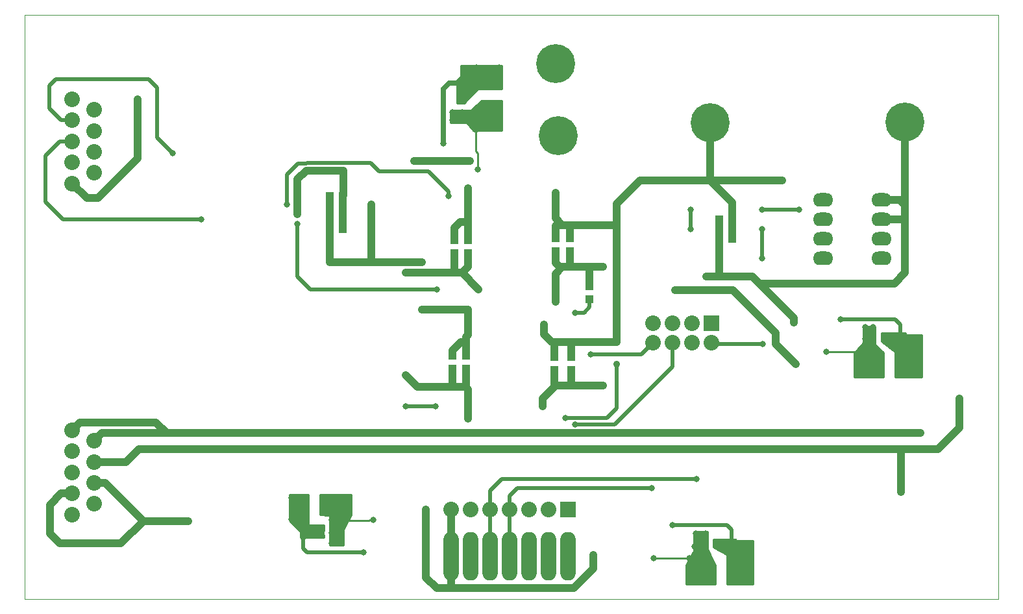
<source format=gbl>
G04 #@! TF.GenerationSoftware,KiCad,Pcbnew,(2018-01-07 revision 6cee19d37)-makepkg*
G04 #@! TF.CreationDate,2018-01-30T19:24:48-07:00*
G04 #@! TF.ProjectId,Copper Receiver Module,436F7070657220526563656976657220,0.1*
G04 #@! TF.SameCoordinates,Original*
G04 #@! TF.FileFunction,Copper,L2,Bot,Signal*
G04 #@! TF.FilePolarity,Positive*
%FSLAX46Y46*%
G04 Gerber Fmt 4.6, Leading zero omitted, Abs format (unit mm)*
G04 Created by KiCad (PCBNEW (2018-01-07 revision 6cee19d37)-makepkg) date 01/30/18 19:24:48*
%MOMM*%
%LPD*%
G01*
G04 APERTURE LIST*
%ADD10C,0.100000*%
%ADD11O,2.032000X6.350000*%
%ADD12O,2.641600X1.778000*%
%ADD13R,2.032000X2.032000*%
%ADD14O,2.032000X2.032000*%
%ADD15C,2.032000*%
%ADD16C,5.080000*%
%ADD17R,1.000000X1.100000*%
%ADD18R,1.100000X1.000000*%
%ADD19C,0.800000*%
%ADD20C,0.906399*%
%ADD21C,0.254000*%
%ADD22C,1.016000*%
%ADD23C,0.508000*%
%ADD24C,0.279000*%
%ADD25C,0.635000*%
G04 APERTURE END LIST*
D10*
X190500000Y-50800000D02*
X63500000Y-50800000D01*
X190500000Y-127000000D02*
X190500000Y-50800000D01*
X63500000Y-127000000D02*
X190500000Y-127000000D01*
X63500000Y-50800000D02*
X63500000Y-127000000D01*
D11*
X134366000Y-121412000D03*
X131826000Y-121412000D03*
X129286000Y-121412000D03*
X126746000Y-121412000D03*
X124206000Y-121412000D03*
X121666000Y-121412000D03*
X119126000Y-121412000D03*
D12*
X175260000Y-82550000D03*
X175260000Y-80010000D03*
X167640000Y-82550000D03*
X167640000Y-80010000D03*
X175260000Y-74930000D03*
X175260000Y-77470000D03*
X167640000Y-77470000D03*
X167640000Y-74930000D03*
D13*
X153035000Y-91059000D03*
D14*
X153035000Y-93599000D03*
X150495000Y-91059000D03*
X150495000Y-93599000D03*
X147955000Y-91059000D03*
X147955000Y-93599000D03*
X145415000Y-91059000D03*
X145415000Y-93599000D03*
D15*
X72542400Y-114604800D03*
X72542400Y-111861600D03*
X72542400Y-109118400D03*
X72542400Y-106375200D03*
X69697600Y-115976400D03*
X69697600Y-113233200D03*
X69697600Y-110490000D03*
X69697600Y-107746800D03*
X69697600Y-105003600D03*
X72542400Y-71424800D03*
X72542400Y-68681600D03*
X72542400Y-65938400D03*
X72542400Y-63195200D03*
X69697600Y-72796400D03*
X69697600Y-70053200D03*
X69697600Y-67310000D03*
X69697600Y-64566800D03*
X69697600Y-61823600D03*
D16*
X178308000Y-64770000D03*
X132715000Y-57150000D03*
X152908000Y-64897000D03*
X133096000Y-66548000D03*
D17*
X121285000Y-80176000D03*
X121285000Y-81876000D03*
D18*
X103290000Y-78740000D03*
X104990000Y-78740000D03*
X103290000Y-74422000D03*
X104990000Y-74422000D03*
D17*
X119507000Y-80176000D03*
X119507000Y-81876000D03*
X119253000Y-95289000D03*
X119253000Y-96989000D03*
X121031000Y-95289000D03*
X121031000Y-96989000D03*
X132588000Y-97116000D03*
X132588000Y-95416000D03*
X134747000Y-97116000D03*
X134747000Y-95416000D03*
X132715000Y-81622000D03*
X132715000Y-79922000D03*
X134620000Y-81622000D03*
X134620000Y-79922000D03*
D18*
X154090000Y-80010000D03*
X155790000Y-80010000D03*
X154090000Y-77470000D03*
X155790000Y-77470000D03*
X137160000Y-87933000D03*
X137160000Y-86233000D03*
D13*
X134366000Y-115316000D03*
D14*
X131826000Y-115316000D03*
X129286000Y-115316000D03*
X126746000Y-115316000D03*
X124206000Y-115316000D03*
X121666000Y-115316000D03*
X119126000Y-115316000D03*
D19*
X119253000Y-64516000D03*
X120523000Y-64516000D03*
X120523000Y-63500000D03*
X119253000Y-63500000D03*
X173101000Y-93091000D03*
X173101000Y-91567000D03*
X174117000Y-91567000D03*
X174117000Y-93091000D03*
X174879000Y-94742000D03*
X152527000Y-121412000D03*
X151638000Y-123825000D03*
X150876000Y-120142000D03*
X152273000Y-120015000D03*
X152273000Y-118491000D03*
X151003000Y-118491000D03*
X108966000Y-116713000D03*
X103505000Y-116713000D03*
X104013000Y-114681000D03*
X104775000Y-118364000D03*
X104775000Y-119761000D03*
X103505000Y-119761000D03*
X103505000Y-118364000D03*
X122555000Y-70958000D03*
X122348000Y-65786000D03*
D20*
X121539000Y-69850000D03*
X131064000Y-101854000D03*
X138938000Y-99187000D03*
X132715000Y-88265000D03*
X138938000Y-83693000D03*
D19*
X150368000Y-78740000D03*
X150368000Y-76200000D03*
X172339000Y-94742000D03*
X168021000Y-94742000D03*
D20*
X152400000Y-84963000D03*
X163830000Y-90932000D03*
X140716000Y-96393000D03*
D19*
X133985000Y-103378000D03*
D20*
X131191000Y-91186000D03*
X162306000Y-72390000D03*
X152908000Y-72390000D03*
X140716000Y-86741000D03*
X148336000Y-86741000D03*
X164084000Y-96393000D03*
X180289201Y-105359201D03*
X84836000Y-116840000D03*
X78232000Y-61849000D03*
X115316000Y-89281000D03*
X103290000Y-83097000D03*
X121285000Y-73406000D03*
X113157000Y-97790000D03*
X114300000Y-69850000D03*
D19*
X150180600Y-121666000D03*
X145539000Y-121666000D03*
D20*
X137668000Y-121285000D03*
X115816000Y-115316000D03*
D19*
X105322000Y-116726600D03*
X122047000Y-60579000D03*
X122428000Y-57658000D03*
X125349000Y-57658000D03*
X118110000Y-67564000D03*
X119888000Y-59690000D03*
X180086000Y-94615000D03*
X177038000Y-94361000D03*
X180086000Y-97663000D03*
X169926000Y-90551000D03*
X177676000Y-92967000D03*
X158242000Y-121539000D03*
X158242000Y-124841000D03*
X147955000Y-117348000D03*
X155705000Y-119891000D03*
X98298000Y-116586000D03*
X98298000Y-113792000D03*
X99819000Y-118929000D03*
X107696000Y-120904000D03*
X82804000Y-68834000D03*
X97663000Y-75565000D03*
X118745000Y-74422000D03*
X117221000Y-86614000D03*
X86487000Y-77470000D03*
X113157000Y-101854000D03*
X164465000Y-76200000D03*
X159639000Y-76200000D03*
X159766000Y-93726000D03*
X159639000Y-82550000D03*
X159639000Y-78740000D03*
X137287000Y-95123000D03*
X135255000Y-104251201D03*
X135255000Y-89662000D03*
X151130000Y-111379000D03*
D20*
X115316000Y-83058000D03*
D19*
X117094000Y-101854000D03*
D20*
X132715000Y-74041000D03*
D19*
X113157000Y-84455000D03*
D20*
X121285000Y-89281000D03*
X121285000Y-103505000D03*
D19*
X145288000Y-112522000D03*
D20*
X185420000Y-100838000D03*
X177800000Y-113030000D03*
X92964000Y-107442000D03*
D19*
X99060000Y-78105000D03*
D20*
X122682000Y-86614000D03*
X108712000Y-75565000D03*
X108712000Y-78105000D03*
D19*
X105029000Y-71120000D03*
D20*
X99060000Y-76835000D03*
D21*
X108966000Y-116713000D02*
X108458000Y-116713000D01*
X108458000Y-116713000D02*
X108444400Y-116726600D01*
X122555000Y-68834000D02*
X122555000Y-70958000D01*
X122555000Y-70866000D02*
X122555000Y-70958000D01*
X122348000Y-68627000D02*
X122555000Y-68834000D01*
X122348000Y-65786000D02*
X122348000Y-68627000D01*
D22*
X114300000Y-69850000D02*
X121539000Y-69850000D01*
X178308000Y-75641200D02*
X178308000Y-64770000D01*
X138938000Y-83693000D02*
X137160000Y-83693000D01*
X137160000Y-83693000D02*
X134620000Y-83693000D01*
X137160000Y-83693000D02*
X137160000Y-86233000D01*
X134620000Y-99187000D02*
X132715000Y-99187000D01*
X138938000Y-99187000D02*
X134620000Y-99187000D01*
X134747000Y-97116000D02*
X134747000Y-99060000D01*
X134747000Y-99060000D02*
X134620000Y-99187000D01*
X132715000Y-99187000D02*
X132588000Y-99060000D01*
X132588000Y-99060000D02*
X132588000Y-97116000D01*
X131064000Y-100838000D02*
X131064000Y-101854000D01*
X132715000Y-99187000D02*
X131064000Y-100838000D01*
X134620000Y-83693000D02*
X133604000Y-83693000D01*
X134620000Y-81622000D02*
X134620000Y-83693000D01*
X133604000Y-83693000D02*
X133220000Y-83693000D01*
X133220000Y-83693000D02*
X132715000Y-83188000D01*
X132715000Y-83188000D02*
X132715000Y-81622000D01*
X132715000Y-84582000D02*
X132715000Y-88265000D01*
X133604000Y-83693000D02*
X132715000Y-84582000D01*
D23*
X150368000Y-76200000D02*
X150368000Y-78740000D01*
D21*
X168021000Y-94742000D02*
X172339000Y-94742000D01*
D22*
X178308000Y-77343000D02*
X178308000Y-84455000D01*
X178308000Y-75641200D02*
X178308000Y-77343000D01*
X175260000Y-77470000D02*
X178181000Y-77470000D01*
X178181000Y-77470000D02*
X178308000Y-77343000D01*
X159315685Y-85852000D02*
X158426685Y-84963000D01*
X163830000Y-90366315D02*
X159315685Y-85852000D01*
X178308000Y-84455000D02*
X176911000Y-85852000D01*
X176911000Y-85852000D02*
X159315685Y-85852000D01*
X175260000Y-74930000D02*
X177596800Y-74930000D01*
X177596800Y-74930000D02*
X178308000Y-75641200D01*
X154051000Y-84963000D02*
X152400000Y-84963000D01*
X158426685Y-84963000D02*
X154051000Y-84963000D01*
X154090000Y-80010000D02*
X154090000Y-81526000D01*
X154090000Y-81526000D02*
X154051000Y-81565000D01*
X154051000Y-81565000D02*
X154051000Y-84963000D01*
X154090000Y-77470000D02*
X154090000Y-80010000D01*
X163830000Y-90932000D02*
X163830000Y-90366315D01*
X152908000Y-72390000D02*
X152908000Y-64897000D01*
D23*
X140716000Y-102108000D02*
X140716000Y-96393000D01*
X139446000Y-103378000D02*
X140716000Y-102108000D01*
X133985000Y-103378000D02*
X139446000Y-103378000D01*
D22*
X134747000Y-93472000D02*
X132842000Y-93472000D01*
X140716000Y-93472000D02*
X134747000Y-93472000D01*
X134747000Y-95416000D02*
X134747000Y-93472000D01*
X132842000Y-93472000D02*
X132207000Y-93472000D01*
X132588000Y-95416000D02*
X132588000Y-93850000D01*
X132588000Y-93850000D02*
X132842000Y-93596000D01*
X132842000Y-93596000D02*
X132842000Y-93472000D01*
X131191000Y-92456000D02*
X131191000Y-91186000D01*
X132207000Y-93472000D02*
X131191000Y-92456000D01*
X140716000Y-87306685D02*
X140716000Y-93472000D01*
X140716000Y-86741000D02*
X140716000Y-87306685D01*
X133604000Y-78232000D02*
X134496000Y-78232000D01*
X134496000Y-78232000D02*
X134620000Y-78356000D01*
X134620000Y-78356000D02*
X134620000Y-79922000D01*
X133604000Y-78232000D02*
X132839000Y-78232000D01*
X132839000Y-78232000D02*
X132715000Y-78356000D01*
X132715000Y-78356000D02*
X132715000Y-79922000D01*
X132715000Y-77343000D02*
X132715000Y-74041000D01*
X133604000Y-78232000D02*
X132715000Y-77343000D01*
X140716000Y-86741000D02*
X140716000Y-78232000D01*
X140716000Y-78232000D02*
X140716000Y-75438000D01*
X140716000Y-78232000D02*
X133604000Y-78232000D01*
X152908000Y-72390000D02*
X162306000Y-72390000D01*
X155790000Y-77470000D02*
X155790000Y-80010000D01*
X152908000Y-72390000D02*
X155790000Y-75272000D01*
X155790000Y-75272000D02*
X155790000Y-77470000D01*
X143764000Y-72390000D02*
X152908000Y-72390000D01*
X140716000Y-75438000D02*
X143764000Y-72390000D01*
X155829000Y-86741000D02*
X161417000Y-92329000D01*
X148336000Y-86741000D02*
X155829000Y-86741000D01*
X161417000Y-92329000D02*
X161417000Y-93726000D01*
X161417000Y-93726000D02*
X164084000Y-96393000D01*
X81991201Y-105359201D02*
X180289201Y-105359201D01*
X69697600Y-105003600D02*
X70713599Y-103987601D01*
X70713599Y-103987601D02*
X80619601Y-103987601D01*
X80619601Y-103987601D02*
X81991201Y-105359201D01*
X72542400Y-106375200D02*
X73558399Y-105359201D01*
X73558399Y-105359201D02*
X81991201Y-105359201D01*
X68072000Y-119761000D02*
X76036640Y-119761000D01*
X76036640Y-119761000D02*
X78957640Y-116840000D01*
X66802000Y-118491000D02*
X68072000Y-119761000D01*
X66802000Y-114691960D02*
X66802000Y-118491000D01*
X69697600Y-113233200D02*
X68260760Y-113233200D01*
X68260760Y-113233200D02*
X66802000Y-114691960D01*
X78957640Y-116840000D02*
X84836000Y-116840000D01*
X72542400Y-111861600D02*
X73979240Y-111861600D01*
X73979240Y-111861600D02*
X78957640Y-116840000D01*
X78232000Y-69534844D02*
X78232000Y-61849000D01*
X73059371Y-74707473D02*
X78232000Y-69534844D01*
X121031000Y-93472000D02*
X121031000Y-95289000D01*
X121031000Y-92837000D02*
X121031000Y-93472000D01*
X119253000Y-94615000D02*
X120396000Y-93472000D01*
X120396000Y-93472000D02*
X121031000Y-93472000D01*
X119253000Y-95289000D02*
X119253000Y-94615000D01*
X121285000Y-92583000D02*
X121031000Y-92837000D01*
X121285000Y-89281000D02*
X121285000Y-92583000D01*
X121285000Y-77851000D02*
X121285000Y-80176000D01*
X121285000Y-73406000D02*
X121285000Y-77851000D01*
X119507000Y-80176000D02*
X119507000Y-78610000D01*
X119507000Y-78610000D02*
X120266000Y-77851000D01*
X120266000Y-77851000D02*
X121285000Y-77851000D01*
X115316000Y-89281000D02*
X121285000Y-89281000D01*
X108712000Y-78105000D02*
X108712000Y-75565000D01*
X108839000Y-83097000D02*
X108712000Y-82970000D01*
X108712000Y-82970000D02*
X108712000Y-78105000D01*
X108839000Y-83097000D02*
X115277000Y-83097000D01*
X103290000Y-83097000D02*
X108839000Y-83097000D01*
X115277000Y-83097000D02*
X115316000Y-83058000D01*
X103290000Y-78740000D02*
X103290000Y-83097000D01*
X103290000Y-74422000D02*
X103290000Y-78740000D01*
X119253000Y-99314000D02*
X114681000Y-99314000D01*
X120904000Y-99314000D02*
X119253000Y-99314000D01*
X119253000Y-96989000D02*
X119253000Y-98555000D01*
X119253000Y-98555000D02*
X119253000Y-99314000D01*
X120904000Y-99314000D02*
X121031000Y-99187000D01*
X121031000Y-99187000D02*
X121031000Y-96989000D01*
X114681000Y-99314000D02*
X113157000Y-97790000D01*
X121285000Y-99695000D02*
X120904000Y-99314000D01*
X121285000Y-103505000D02*
X121285000Y-99695000D01*
X119634000Y-84455000D02*
X120523000Y-84455000D01*
X113157000Y-84455000D02*
X119634000Y-84455000D01*
X119507000Y-81876000D02*
X119507000Y-84328000D01*
X119507000Y-84328000D02*
X119634000Y-84455000D01*
X120523000Y-84455000D02*
X121285000Y-83693000D01*
X121285000Y-83693000D02*
X121285000Y-81876000D01*
X120523000Y-84455000D02*
X122682000Y-86614000D01*
X104990000Y-74422000D02*
X104990000Y-78740000D01*
X105029000Y-71120000D02*
X105029000Y-74383000D01*
X105029000Y-74383000D02*
X104990000Y-74422000D01*
X100203000Y-71120000D02*
X99060000Y-72263000D01*
X105029000Y-71120000D02*
X100203000Y-71120000D01*
X99060000Y-72263000D02*
X99060000Y-76835000D01*
D24*
X119507000Y-81926000D02*
X119507000Y-81876000D01*
D22*
X69697600Y-72796400D02*
X71608673Y-74707473D01*
X71608673Y-74707473D02*
X73059371Y-74707473D01*
D21*
X145539000Y-121666000D02*
X150180600Y-121666000D01*
X150114000Y-121666000D02*
X150180600Y-121666000D01*
D22*
X137668000Y-121285000D02*
X137668000Y-123063000D01*
X137668000Y-123063000D02*
X135128000Y-125603000D01*
X119126000Y-121412000D02*
X119126000Y-115316000D01*
X119126000Y-125603000D02*
X135128000Y-125603000D01*
X119126000Y-125603000D02*
X117221000Y-125603000D01*
X119126000Y-121412000D02*
X119126000Y-125603000D01*
X115816000Y-124198000D02*
X117221000Y-125603000D01*
X115816000Y-115316000D02*
X115816000Y-124198000D01*
D21*
X105322000Y-116726600D02*
X108444400Y-116726600D01*
D25*
X118110000Y-60452000D02*
X118110000Y-67564000D01*
X118872000Y-59690000D02*
X118110000Y-60452000D01*
X119888000Y-59690000D02*
X118872000Y-59690000D01*
D23*
X177038000Y-90551000D02*
X169926000Y-90551000D01*
X177292000Y-90805000D02*
X177038000Y-90551000D01*
X177673000Y-91186000D02*
X177292000Y-90805000D01*
X177673000Y-92398315D02*
X177673000Y-91186000D01*
X177676000Y-92967000D02*
X177676000Y-92401315D01*
X177676000Y-92401315D02*
X177673000Y-92398315D01*
X155067000Y-117348000D02*
X147955000Y-117348000D01*
X155705000Y-117986000D02*
X155067000Y-117348000D01*
X155705000Y-119891000D02*
X155705000Y-117986000D01*
X100330000Y-120904000D02*
X99819000Y-120393000D01*
X107696000Y-120904000D02*
X100330000Y-120904000D01*
X99819000Y-120393000D02*
X99819000Y-118929000D01*
X79629000Y-59182000D02*
X80772000Y-60325000D01*
X66675000Y-62981040D02*
X66675000Y-60071000D01*
X67564000Y-59182000D02*
X79629000Y-59182000D01*
X66675000Y-60071000D02*
X67564000Y-59182000D01*
X69697600Y-64566800D02*
X68260760Y-64566800D01*
X68260760Y-64566800D02*
X66675000Y-62981040D01*
X80772000Y-60325000D02*
X80772000Y-66802000D01*
X80772000Y-66802000D02*
X82804000Y-68834000D01*
X97663000Y-71628000D02*
X97663000Y-75565000D01*
X99133010Y-70157990D02*
X97663000Y-71628000D01*
X100330000Y-70104000D02*
X100276010Y-70157990D01*
X107061000Y-70104000D02*
X100330000Y-70104000D01*
X100276010Y-70157990D02*
X99133010Y-70157990D01*
X108585000Y-70104000D02*
X107061000Y-70104000D01*
X109728000Y-71247000D02*
X108585000Y-70104000D01*
X116135685Y-71247000D02*
X109728000Y-71247000D01*
X118745000Y-74422000D02*
X118745000Y-73856315D01*
X118745000Y-73856315D02*
X116135685Y-71247000D01*
X100711000Y-86614000D02*
X117221000Y-86614000D01*
X99060000Y-84963000D02*
X100711000Y-86614000D01*
X99060000Y-78105000D02*
X99060000Y-84963000D01*
X68453000Y-77470000D02*
X86487000Y-77470000D01*
X66167000Y-75184000D02*
X68453000Y-77470000D01*
X66167000Y-69215000D02*
X66167000Y-75184000D01*
X68072000Y-67310000D02*
X66167000Y-69215000D01*
X69697600Y-67310000D02*
X68072000Y-67310000D01*
X116528315Y-101854000D02*
X113157000Y-101854000D01*
X117094000Y-101854000D02*
X116528315Y-101854000D01*
X164465000Y-76200000D02*
X159639000Y-76200000D01*
X159766000Y-93726000D02*
X153162000Y-93726000D01*
X153162000Y-93726000D02*
X153035000Y-93599000D01*
X159639000Y-78740000D02*
X159639000Y-82550000D01*
X137287000Y-95123000D02*
X143891000Y-95123000D01*
X143891000Y-95123000D02*
X145415000Y-93599000D01*
X140446201Y-104251201D02*
X147955000Y-96742402D01*
X147955000Y-96742402D02*
X147955000Y-93599000D01*
X135255000Y-104251201D02*
X140446201Y-104251201D01*
X136439000Y-89662000D02*
X135255000Y-89662000D01*
X137160000Y-87933000D02*
X137160000Y-88941000D01*
X137160000Y-88941000D02*
X136439000Y-89662000D01*
X125730000Y-111379000D02*
X151130000Y-111379000D01*
X124206000Y-112903000D02*
X125730000Y-111379000D01*
X124206000Y-115316000D02*
X124206000Y-112903000D01*
X124206000Y-121412000D02*
X124206000Y-115316000D01*
D24*
X134620000Y-81672000D02*
X134620000Y-81622000D01*
X134620000Y-79872000D02*
X134620000Y-79922000D01*
D23*
X127762000Y-112522000D02*
X145288000Y-112522000D01*
X127508000Y-112776000D02*
X127762000Y-112522000D01*
X126746000Y-113538000D02*
X127508000Y-112776000D01*
X126746000Y-115316000D02*
X126746000Y-113538000D01*
X126746000Y-121412000D02*
X126746000Y-115316000D01*
D22*
X185420000Y-104648000D02*
X185420000Y-100838000D01*
X182626000Y-107442000D02*
X185420000Y-104648000D01*
X177800000Y-107442000D02*
X182626000Y-107442000D01*
X177800000Y-107442000D02*
X177800000Y-113030000D01*
X92964000Y-107442000D02*
X177800000Y-107442000D01*
X78359000Y-107442000D02*
X92964000Y-107442000D01*
X76682600Y-109118400D02*
X72542400Y-109118400D01*
X76682600Y-109118400D02*
X78359000Y-107442000D01*
D21*
G36*
X106045000Y-116046249D02*
X105043941Y-117923235D01*
X105029000Y-117983000D01*
X105029000Y-120015000D01*
X103251000Y-120015000D01*
X103251000Y-116205000D01*
X103241333Y-116156399D01*
X103213803Y-116115197D01*
X103172601Y-116087667D01*
X103136637Y-116078630D01*
X101981000Y-115963066D01*
X101981000Y-113411000D01*
X106045000Y-113411000D01*
X106045000Y-116046249D01*
X106045000Y-116046249D01*
G37*
X106045000Y-116046249D02*
X105043941Y-117923235D01*
X105029000Y-117983000D01*
X105029000Y-120015000D01*
X103251000Y-120015000D01*
X103251000Y-116205000D01*
X103241333Y-116156399D01*
X103213803Y-116115197D01*
X103172601Y-116087667D01*
X103136637Y-116078630D01*
X101981000Y-115963066D01*
X101981000Y-113411000D01*
X106045000Y-113411000D01*
X106045000Y-116046249D01*
G36*
X100457000Y-117221000D02*
X100466667Y-117269601D01*
X100494197Y-117310803D01*
X100535399Y-117338333D01*
X100584000Y-117348000D01*
X102489000Y-117348000D01*
X102489000Y-118111899D01*
X102470180Y-118157223D01*
X102469821Y-118568971D01*
X102489000Y-118615388D01*
X102489000Y-118999000D01*
X99441000Y-118999000D01*
X99441000Y-118237000D01*
X99431333Y-118188399D01*
X99403803Y-118147197D01*
X98044000Y-116787394D01*
X98044000Y-113411000D01*
X100457000Y-113411000D01*
X100457000Y-117221000D01*
X100457000Y-117221000D01*
G37*
X100457000Y-117221000D02*
X100466667Y-117269601D01*
X100494197Y-117310803D01*
X100535399Y-117338333D01*
X100584000Y-117348000D01*
X102489000Y-117348000D01*
X102489000Y-118111899D01*
X102470180Y-118157223D01*
X102469821Y-118568971D01*
X102489000Y-118615388D01*
X102489000Y-118999000D01*
X99441000Y-118999000D01*
X99441000Y-118237000D01*
X99431333Y-118188399D01*
X99403803Y-118147197D01*
X98044000Y-116787394D01*
X98044000Y-113411000D01*
X100457000Y-113411000D01*
X100457000Y-117221000D01*
G36*
X152527000Y-120396000D02*
X152539088Y-120450076D01*
X153543000Y-122583389D01*
X153543000Y-125095000D01*
X149733000Y-125095000D01*
X149733000Y-122588727D01*
X150732267Y-120840010D01*
X150749000Y-120777000D01*
X150749000Y-118237000D01*
X152527000Y-118237000D01*
X152527000Y-120396000D01*
X152527000Y-120396000D01*
G37*
X152527000Y-120396000D02*
X152539088Y-120450076D01*
X153543000Y-122583389D01*
X153543000Y-125095000D01*
X149733000Y-125095000D01*
X149733000Y-122588727D01*
X150732267Y-120840010D01*
X150749000Y-120777000D01*
X150749000Y-118237000D01*
X152527000Y-118237000D01*
X152527000Y-120396000D01*
G36*
X156247197Y-119342803D02*
X156288399Y-119370333D01*
X156337000Y-119380000D01*
X158496000Y-119380000D01*
X158496000Y-125095000D01*
X155067000Y-125095000D01*
X155067000Y-121285000D01*
X155057333Y-121236399D01*
X155029803Y-121195197D01*
X155003010Y-121174733D01*
X153307834Y-120206061D01*
X153308179Y-119810029D01*
X153289000Y-119763612D01*
X153289000Y-119253000D01*
X156157394Y-119253000D01*
X156247197Y-119342803D01*
X156247197Y-119342803D01*
G37*
X156247197Y-119342803D02*
X156288399Y-119370333D01*
X156337000Y-119380000D01*
X158496000Y-119380000D01*
X158496000Y-125095000D01*
X155067000Y-125095000D01*
X155067000Y-121285000D01*
X155057333Y-121236399D01*
X155029803Y-121195197D01*
X155003010Y-121174733D01*
X153307834Y-120206061D01*
X153308179Y-119810029D01*
X153289000Y-119763612D01*
X153289000Y-119253000D01*
X156157394Y-119253000D01*
X156247197Y-119342803D01*
G36*
X174371000Y-93726000D02*
X174380667Y-93774601D01*
X174413626Y-93820921D01*
X175514000Y-94799031D01*
X175514000Y-98044000D01*
X171704000Y-98044000D01*
X171704000Y-94917735D01*
X172814398Y-93683959D01*
X172839725Y-93641367D01*
X172847000Y-93599000D01*
X172847000Y-91440000D01*
X174371000Y-91440000D01*
X174371000Y-93726000D01*
X174371000Y-93726000D01*
G37*
X174371000Y-93726000D02*
X174380667Y-93774601D01*
X174413626Y-93820921D01*
X175514000Y-94799031D01*
X175514000Y-98044000D01*
X171704000Y-98044000D01*
X171704000Y-94917735D01*
X172814398Y-93683959D01*
X172839725Y-93641367D01*
X172847000Y-93599000D01*
X172847000Y-91440000D01*
X174371000Y-91440000D01*
X174371000Y-93726000D01*
G36*
X178448408Y-92512796D02*
X178478789Y-92551943D01*
X178521839Y-92576483D01*
X178562000Y-92583000D01*
X180467000Y-92583000D01*
X180467000Y-98044000D01*
X177038000Y-98044000D01*
X177038000Y-94869000D01*
X177028333Y-94820399D01*
X176989463Y-94769138D01*
X175260000Y-93410274D01*
X175260000Y-92329000D01*
X178356510Y-92329000D01*
X178448408Y-92512796D01*
X178448408Y-92512796D01*
G37*
X178448408Y-92512796D02*
X178478789Y-92551943D01*
X178521839Y-92576483D01*
X178562000Y-92583000D01*
X180467000Y-92583000D01*
X180467000Y-98044000D01*
X177038000Y-98044000D01*
X177038000Y-94869000D01*
X177028333Y-94820399D01*
X176989463Y-94769138D01*
X175260000Y-93410274D01*
X175260000Y-92329000D01*
X178356510Y-92329000D01*
X178448408Y-92512796D01*
G36*
X125730000Y-65913000D02*
X121983500Y-65913000D01*
X121259600Y-64947800D01*
X121222706Y-64914720D01*
X121158000Y-64897000D01*
X119062500Y-64897000D01*
X119062500Y-63246000D01*
X121539000Y-63246000D01*
X121587601Y-63236333D01*
X121620303Y-63216564D01*
X123108980Y-61976000D01*
X125730000Y-61976000D01*
X125730000Y-65913000D01*
X125730000Y-65913000D01*
G37*
X125730000Y-65913000D02*
X121983500Y-65913000D01*
X121259600Y-64947800D01*
X121222706Y-64914720D01*
X121158000Y-64897000D01*
X119062500Y-64897000D01*
X119062500Y-63246000D01*
X121539000Y-63246000D01*
X121587601Y-63236333D01*
X121620303Y-63216564D01*
X123108980Y-61976000D01*
X125730000Y-61976000D01*
X125730000Y-65913000D01*
G36*
X125730000Y-60452000D02*
X122682000Y-60452000D01*
X122633399Y-60461667D01*
X122589156Y-60492346D01*
X120848812Y-62357000D01*
X119888000Y-62357000D01*
X119888000Y-59353549D01*
X120368170Y-58753336D01*
X120390982Y-58709346D01*
X120396000Y-58674000D01*
X120396000Y-57404000D01*
X125730000Y-57404000D01*
X125730000Y-60452000D01*
X125730000Y-60452000D01*
G37*
X125730000Y-60452000D02*
X122682000Y-60452000D01*
X122633399Y-60461667D01*
X122589156Y-60492346D01*
X120848812Y-62357000D01*
X119888000Y-62357000D01*
X119888000Y-59353549D01*
X120368170Y-58753336D01*
X120390982Y-58709346D01*
X120396000Y-58674000D01*
X120396000Y-57404000D01*
X125730000Y-57404000D01*
X125730000Y-60452000D01*
M02*

</source>
